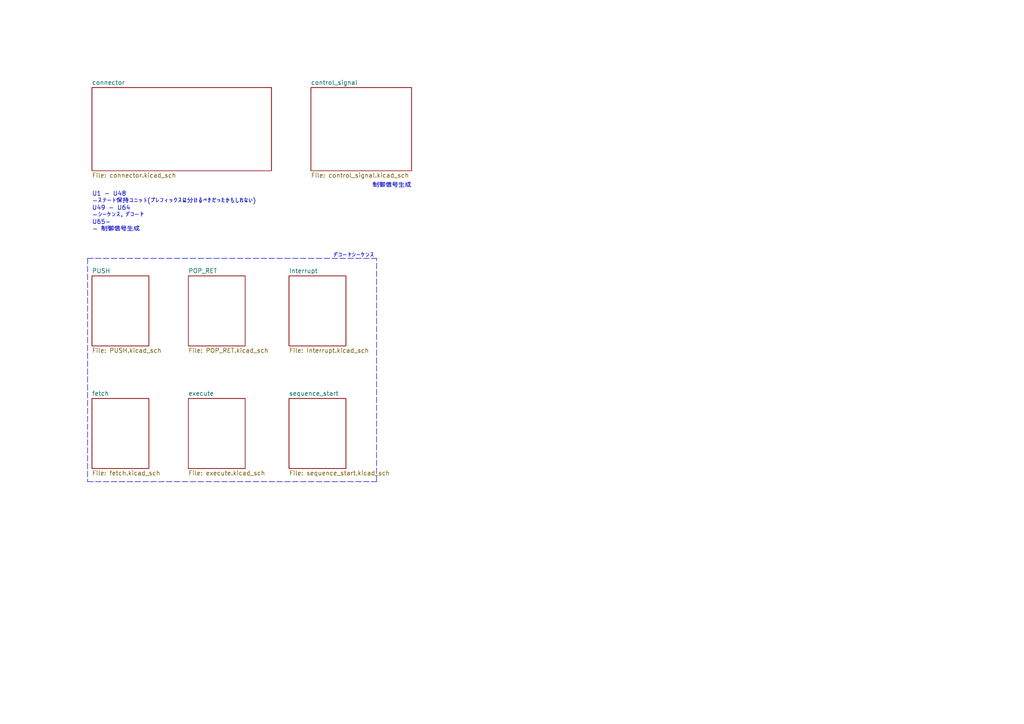
<source format=kicad_sch>
(kicad_sch (version 20211123) (generator eeschema)
  (paper "A4")
  (lib_symbols)
  (polyline (pts (xy 109.22 139.7) (xy 109.22 74.93)))
  (polyline (pts (xy 25.4 139.7) (xy 109.22 139.7)))
  (polyline (pts (xy 25.4 74.93) (xy 25.4 139.7)))
  (polyline (pts (xy 25.4 74.93) (xy 109.22 74.93)))
  (text "制御信号生成" (at 107.95 54.61 0) (effects (font (size 1.27 1.27)) (justify left bottom)))
  (text "デコードシーケンス" (at 96.52 74.93 0) (effects (font (size 1.27 1.27)) (justify left bottom)))
  (text "U1 - U48\n-ステート保持ユニット(プレフィックスは分けるべきだったかもしれない)\nU49 - U64\n-シーケンス，デコード\nU65-\n- 制御信号生成" (at 26.67 67.31 0) (effects (font (size 1.27 1.27)) (justify left bottom)))
  (sheet (at 83.82 115.57) (size 16.51 20.32) (stroke (width 0.1524))
    (property "Sheet name" "sequence_start" (at 83.82 114.8584 0) (effects (justify left bottom)))
    (property "Sheet file" "sequence_start.kicad_sch" (at 83.82 136.4746 0) (effects (justify left top)))
  )
  (sheet (at 26.67 25.4) (size 52.07 24.13) (stroke (width 0.1524))
    (property "Sheet name" "connector" (at 26.67 24.6884 0) (effects (justify left bottom)))
    (property "Sheet file" "connector.kicad_sch" (at 26.67 50.1146 0) (effects (justify left top)))
  )
  (sheet (at 26.67 115.57) (size 16.51 20.32) (stroke (width 0.1524))
    (property "Sheet name" "fetch" (at 26.67 114.8584 0) (effects (justify left bottom)))
    (property "Sheet file" "fetch.kicad_sch" (at 26.67 136.4746 0) (effects (justify left top)))
  )
  (sheet (at 26.67 80.01) (size 16.51 20.32) (stroke (width 0.1524))
    (property "Sheet name" "PUSH" (at 26.67 79.2984 0) (effects (justify left bottom)))
    (property "Sheet file" "PUSH.kicad_sch" (at 26.67 100.9146 0) (effects (justify left top)))
  )
  (sheet (at 90.17 25.4) (size 29.21 24.13) (stroke (width 0.1524))
    (property "Sheet name" "control_signal" (at 90.17 24.6884 0) (effects (justify left bottom)))
    (property "Sheet file" "control_signal.kicad_sch" (at 90.17 50.1146 0) (effects (justify left top)))
  )
  (sheet (at 54.61 80.01) (size 16.51 20.32) (stroke (width 0.1524))
    (property "Sheet name" "POP_RET" (at 54.61 79.2984 0) (effects (justify left bottom)))
    (property "Sheet file" "POP_RET.kicad_sch" (at 54.61 100.9146 0) (effects (justify left top)))
  )
  (sheet (at 54.61 115.57) (size 16.51 20.32) (stroke (width 0.1524))
    (property "Sheet name" "execute" (at 54.61 114.8584 0) (effects (justify left bottom)))
    (property "Sheet file" "execute.kicad_sch" (at 54.61 136.4746 0) (effects (justify left top)))
  )
  (sheet (at 83.82 80.01) (size 16.51 20.32) (stroke (width 0.1524))
    (property "Sheet name" "Interrupt" (at 83.82 79.2984 0) (effects (justify left bottom)))
    (property "Sheet file" "Interrupt.kicad_sch" (at 83.82 100.9146 0) (effects (justify left top)))
  )
)
</source>
